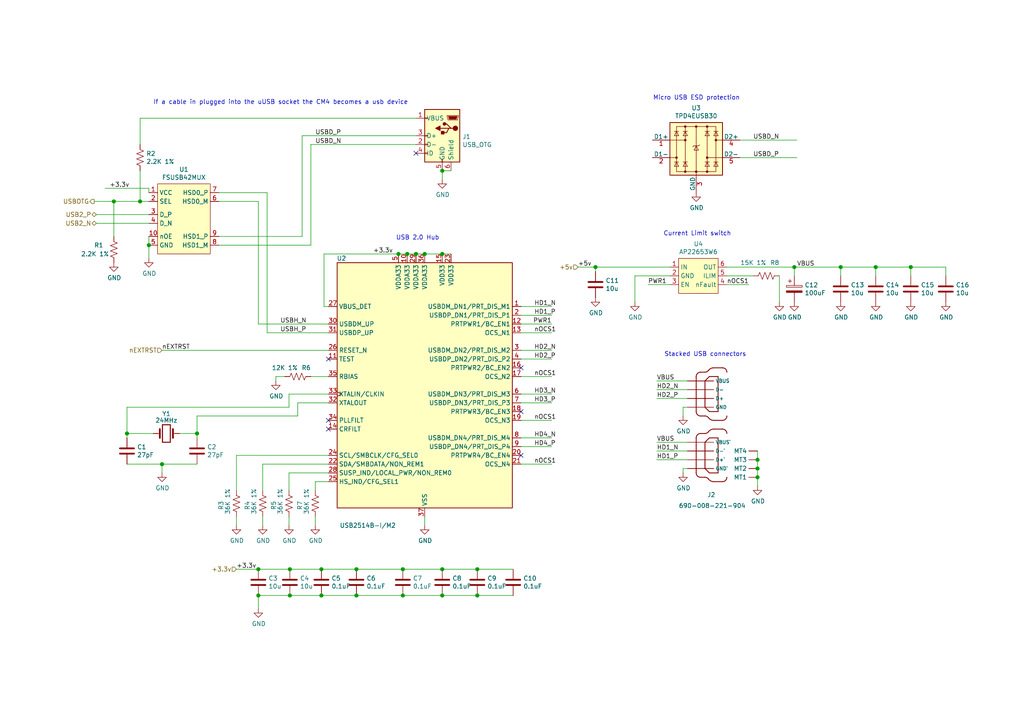
<source format=kicad_sch>
(kicad_sch (version 20230121) (generator eeschema)
  (paper "A4")
  (title_block (title "Bitcart") (date "2023-09-15") (rev "1"))
  (lib_symbols
    (symbol "CM4IO:AP2553W6"
      (property "Reference" "U" (at 3.81 -6.35 0))
      (property "Value" "AP2553W6" (at -3.81 -6.35 0))
      (symbol "AP2553W6_0_0"
        (pin power_in line (at -8.89 2.54 0) (length 2.54) (name "IN") (number "1"))
        (pin power_out line (at -8.89 0 0) (length 2.54) (name "GND") (number "2"))
        (pin input line (at -8.89 -2.54 0) (length 2.54) (name "EN") (number "3"))
        (pin open_collector line (at 7.62 -2.54 180) (length 2.54) (name "nFault") (number "4"))
        (pin passive line (at 7.62 0 180) (length 2.54) (name "ILIM") (number "5"))
        (pin power_out line (at 7.62 2.54 180) (length 2.54) (name "OUT") (number "6"))
      )
      (symbol "AP2553W6_1_1"
        (rectangle (start -6.35 5.08) (end 5.08 -5.08) (fill (type background)))
      )
    )
    (symbol "CM4IO:FSUSB42MX"
      (property "Reference" "U" (at -7.62 20.32 0))
      (property "Value" "FSUSB42MX" (at -2.54 -2.54 0))
      (symbol "FSUSB42MX_0_0"
        (pin power_in line (at 8.89 16.51 180) (length 2.54) (name "VCC") (number "1"))
        (pin input line (at 8.89 3.81 180) (length 2.54) (name "nOE") (number "10"))
        (pin input line (at 8.89 13.97 180) (length 2.54) (name "SEL") (number "2"))
        (pin bidirectional line (at 8.89 10.16 180) (length 2.54) (name "D_P") (number "3"))
        (pin bidirectional line (at 8.89 7.62 180) (length 2.54) (name "D_N") (number "4"))
        (pin power_in line (at 8.89 1.27 180) (length 2.54) (name "GND") (number "5"))
        (pin bidirectional line (at -11.43 13.97 0) (length 2.54) (name "HSD0_M") (number "6"))
        (pin bidirectional line (at -11.43 16.51 0) (length 2.54) (name "HSD0_P") (number "7"))
        (pin bidirectional line (at -11.43 1.27 0) (length 2.54) (name "HSD1_M") (number "8"))
        (pin bidirectional line (at -11.43 3.81 0) (length 2.54) (name "HSD1_P") (number "9"))
      )
      (symbol "FSUSB42MX_1_1"
        (rectangle (start -8.89 19.05) (end 6.35 -1.27) (fill (type background)))
      )
    )
    (symbol "CM4IO:TPD4EUSB30" (pin_names (offset 0))
      (property "Reference" "U" (at -0.635 8.89 0))
      (property "Value" "TPD4EUSB30" (at 8.89 -10.16 0))
      (symbol "TPD4EUSB30_0_0"
        (rectangle (start -5.715 6.477) (end 5.715 -6.604))
        (polyline (pts (xy -3.175 -6.604) (xy -3.175 6.477)))
        (polyline (pts (xy 0 6.477) (xy 0 -6.604)))
        (polyline (pts (xy 3.175 6.477) (xy 3.175 -6.604)))
      )
      (symbol "TPD4EUSB30_0_1"
        (rectangle (start -7.62 7.62) (end 7.62 -7.62) (stroke (width 0.254)) (fill (type background)))
        (circle (center -5.715 -2.54) (radius 0.2794) (fill (type outline)))
        (circle (center -3.175 -6.604) (radius 0.2794) (fill (type outline)))
        (circle (center -3.175 2.54) (radius 0.2794) (fill (type outline)))
        (circle (center -3.175 6.477) (radius 0.2794) (fill (type outline)))
        (circle (center 0 -6.604) (radius 0.2794) (fill (type outline)))
        (polyline (pts (xy -7.747 2.54) (xy -3.175 2.54)))
        (polyline (pts (xy -7.62 -2.54) (xy -5.715 -2.54)))
        (polyline (pts (xy -5.08 -3.81) (xy -6.35 -3.81)))
        (polyline (pts (xy -5.08 5.08) (xy -6.35 5.08)))
        (polyline (pts (xy -2.54 -3.81) (xy -3.81 -3.81)))
        (polyline (pts (xy -2.54 5.08) (xy -3.81 5.08)))
        (polyline (pts (xy -0.635 0.889) (xy -1.016 0.635)))
        (polyline (pts (xy 0 -6.604) (xy 0 -7.62)))
        (polyline (pts (xy 0.635 0.889) (xy -0.635 0.889)))
        (polyline (pts (xy 0.635 0.889) (xy 1.016 1.143)))
        (polyline (pts (xy 3.81 -3.81) (xy 2.54 -3.81)))
        (polyline (pts (xy 3.81 5.08) (xy 2.54 5.08)))
        (polyline (pts (xy 6.35 -3.81) (xy 5.08 -3.81)))
        (polyline (pts (xy 6.35 5.08) (xy 5.08 5.08)))
        (polyline (pts (xy 7.62 -2.54) (xy 3.175 -2.54)))
        (polyline (pts (xy 7.62 2.54) (xy 5.715 2.54)))
        (polyline (pts (xy -5.08 -5.08) (xy -6.35 -5.08) (xy -5.715 -3.81) (xy -5.08 -5.08)))
        (polyline (pts (xy -5.08 3.81) (xy -6.35 3.81) (xy -5.715 5.08) (xy -5.08 3.81)))
        (polyline (pts (xy -2.54 -5.08) (xy -3.81 -5.08) (xy -3.175 -3.81) (xy -2.54 -5.08)))
        (polyline (pts (xy -2.54 3.81) (xy -3.81 3.81) (xy -3.175 5.08) (xy -2.54 3.81)))
        (polyline (pts (xy 0.635 -0.381) (xy -0.635 -0.381) (xy 0 0.889) (xy 0.635 -0.381)))
        (polyline (pts (xy 3.81 -5.08) (xy 2.54 -5.08) (xy 3.175 -3.81) (xy 3.81 -5.08)))
        (polyline (pts (xy 3.81 3.81) (xy 2.54 3.81) (xy 3.175 5.08) (xy 3.81 3.81)))
        (polyline (pts (xy 6.35 -5.08) (xy 5.08 -5.08) (xy 5.715 -3.81) (xy 6.35 -5.08)))
        (polyline (pts (xy 6.35 3.81) (xy 5.08 3.81) (xy 5.715 5.08) (xy 6.35 3.81)))
        (circle (center 0 6.477) (radius 0.2794) (fill (type outline)))
        (circle (center 3.175 -6.604) (radius 0.2794) (fill (type outline)))
        (circle (center 3.175 -2.54) (radius 0.2794) (fill (type outline)))
        (circle (center 3.175 6.477) (radius 0.2794) (fill (type outline)))
        (circle (center 5.715 2.54) (radius 0.2794) (fill (type outline)))
      )
      (symbol "TPD4EUSB30_1_1"
        (pin passive line (at -12.7 2.54 0) (length 5.08) (name "D1+") (number "1"))
        (pin passive line (at -12.7 2.54 0) (length 5.08) hide (name "~") (number "10"))
        (pin passive line (at -12.7 -2.54 0) (length 5.08) (name "D1-") (number "2"))
        (pin power_in line (at 0 -12.7 90) (length 5.08) (name "GND") (number "3"))
        (pin passive line (at 12.7 2.54 180) (length 5.08) (name "D2+") (number "4"))
        (pin passive line (at 12.7 -2.54 180) (length 5.08) (name "D2-") (number "5"))
        (pin passive line (at 12.7 -2.54 180) (length 5.08) hide (name "~") (number "6"))
        (pin passive line (at 12.7 2.54 180) (length 5.08) hide (name "~") (number "7"))
        (pin passive line (at 0 -12.7 90) (length 5.08) hide (name "GND") (number "8"))
        (pin passive line (at -12.7 -2.54 0) (length 5.08) hide (name "~") (number "9"))
      )
    )
    (symbol "CM4IO:USB_67298-4090" (pin_numbers hide)
      (property "Reference" "J" (at -5.08 21.6408 0))
      (property "Value" "USB_67298-4090" (at -5.08 -17.8054 0))
      (symbol "USB_67298-4090_0_0"
        (arc (start -5.08 -11.43) (mid -4.708 -12.328) (end -3.81 -12.7) (stroke (width 0.254)))
        (arc (start -5.08 6.35) (mid -4.708 5.452) (end -3.81 5.08) (stroke (width 0.254)))
        (arc (start -3.81 0) (mid -4.708 -0.372) (end -5.08 -1.27) (stroke (width 0.254)))
        (arc (start -3.81 17.78) (mid -4.708 17.408) (end -5.08 16.51) (stroke (width 0.254)))
        (arc (start -2.54 0) (mid -1.972 0.1341) (end -1.524 0.508) (stroke (width 0.254)))
        (arc (start -2.54 17.78) (mid -1.972 17.9141) (end -1.524 18.288) (stroke (width 0.254)))
        (arc (start -1.524 -13.208) (mid -1.972 -12.8341) (end -2.54 -12.7) (stroke (width 0.254)))
        (arc (start -1.524 -13.208) (mid -0.8519 -13.7689) (end 0 -13.97) (stroke (width 0.254)))
        (arc (start -1.524 4.572) (mid -1.972 4.9459) (end -2.54 5.08) (stroke (width 0.254)))
        (arc (start -1.524 4.572) (mid -0.8519 4.0111) (end 0 3.81) (stroke (width 0.254)))
        (polyline (pts (xy -5.08 -1.27) (xy -5.08 -11.43)) (stroke (width 0.254)))
        (polyline (pts (xy -5.08 16.51) (xy -5.08 6.35)) (stroke (width 0.254)))
        (polyline (pts (xy -3.81 -12.7) (xy -2.54 -12.7)) (stroke (width 0.254)))
        (polyline (pts (xy -3.81 0) (xy -2.54 0)) (stroke (width 0.254)))
        (polyline (pts (xy -3.81 5.08) (xy -2.54 5.08)) (stroke (width 0.254)))
        (polyline (pts (xy -3.81 17.78) (xy -2.54 17.78)) (stroke (width 0.254)))
        (polyline (pts (xy -2.54 -10.16) (xy -1.27 -11.43)) (stroke (width 0.254)))
        (polyline (pts (xy -2.54 -2.54) (xy -2.54 -10.16)) (stroke (width 0.254)))
        (polyline (pts (xy -2.54 7.62) (xy -1.27 6.35)) (stroke (width 0.254)))
        (polyline (pts (xy -2.54 15.24) (xy -2.54 7.62)) (stroke (width 0.254)))
        (polyline (pts (xy -1.27 -11.43) (xy 1.27 -11.43)) (stroke (width 0.254)))
        (polyline (pts (xy -1.27 -1.27) (xy -2.54 -2.54)) (stroke (width 0.254)))
        (polyline (pts (xy -1.27 6.35) (xy 1.27 6.35)) (stroke (width 0.254)))
        (polyline (pts (xy -1.27 16.51) (xy -2.54 15.24)) (stroke (width 0.254)))
        (polyline (pts (xy 0 -13.97) (xy 2.54 -13.97)) (stroke (width 0.254)))
        (polyline (pts (xy 0 1.27) (xy 2.54 1.27)) (stroke (width 0.254)))
        (polyline (pts (xy 0 3.81) (xy 2.54 3.81)) (stroke (width 0.254)))
        (polyline (pts (xy 0 19.05) (xy 2.54 19.05)) (stroke (width 0.254)))
        (polyline (pts (xy 1.27 -11.43) (xy 1.27 -1.27)) (stroke (width 0.254)))
        (polyline (pts (xy 1.27 -1.27) (xy -1.27 -1.27)) (stroke (width 0.254)))
        (polyline (pts (xy 1.27 6.35) (xy 1.27 16.51)) (stroke (width 0.254)))
        (polyline (pts (xy 1.27 16.51) (xy -1.27 16.51)) (stroke (width 0.254)))
        (arc (start 0 1.27) (mid -0.8519 1.0689) (end -1.524 0.508) (stroke (width 0.254)))
        (arc (start 0 19.05) (mid -0.8519 18.8489) (end -1.524 18.288) (stroke (width 0.254)))
        (arc (start 2.54 -13.97) (mid 3.438 -13.598) (end 3.81 -12.7) (stroke (width 0.254)))
        (arc (start 2.54 3.81) (mid 3.438 4.182) (end 3.81 5.08) (stroke (width 0.254)))
        (arc (start 3.81 0) (mid 3.438 0.898) (end 2.54 1.27) (stroke (width 0.254)))
        (arc (start 3.81 17.78) (mid 3.438 18.678) (end 2.54 19.05) (stroke (width 0.254)))
        (pin power_in line (at -7.62 -2.54 0) (length 7.62) (name "VBUS`") (number "1"))
        (pin passive line (at -7.62 -5.08 0) (length 7.62) (name "D-`") (number "2"))
        (pin passive line (at -7.62 -7.62 0) (length 7.62) (name "D+`") (number "3"))
        (pin power_in line (at -7.62 -10.16 0) (length 7.62) (name "GND`") (number "4"))
        (pin power_in line (at -7.62 15.24 0) (length 7.62) (name "VBUS") (number "5"))
        (pin passive line (at -7.62 12.7 0) (length 7.62) (name "D-") (number "6"))
        (pin passive line (at -7.62 10.16 0) (length 7.62) (name "D+") (number "7"))
        (pin power_in line (at -7.62 7.62 0) (length 7.62) (name "GND") (number "8"))
        (pin passive line (at 12.7 -12.7 180) (length 2.54) (name "MT1") (number "MT1"))
        (pin passive line (at 12.7 -10.16 180) (length 2.54) (name "MT2") (number "MT2"))
        (pin passive line (at 12.7 -7.62 180) (length 2.54) (name "MT3") (number "MT3"))
        (pin passive line (at 12.7 -5.08 180) (length 2.54) (name "MT4") (number "MT4"))
      )
    )
    (symbol "Connector:USB_OTG"
      (property "Reference" "J" (at -5.08 11.43 0))
      (property "Value" "USB_OTG" (at -5.08 8.89 0))
      (symbol "USB_OTG_0_1"
        (rectangle (start -5.08 -7.62) (end 5.08 7.62) (stroke (width 0.254)) (fill (type background)))
        (circle (center -3.81 2.159) (radius 0.635) (stroke (width 0.254)) (fill (type outline)))
        (circle (center -0.635 3.429) (radius 0.381) (stroke (width 0.254)) (fill (type outline)))
        (rectangle (start -0.127 -7.62) (end 0.127 -6.858))
        (polyline (pts (xy -1.905 2.159) (xy 0.635 2.159)) (stroke (width 0.254)))
        (polyline (pts (xy -3.175 2.159) (xy -2.54 2.159) (xy -1.27 3.429) (xy -0.635 3.429)) (stroke (width 0.254)))
        (polyline (pts (xy -2.54 2.159) (xy -1.905 2.159) (xy -1.27 0.889) (xy 0 0.889)) (stroke (width 0.254)))
        (polyline (pts (xy 0.635 2.794) (xy 0.635 1.524) (xy 1.905 2.159) (xy 0.635 2.794)) (stroke (width 0.254)) (fill (type outline)))
        (polyline (pts (xy -4.318 5.588) (xy -1.778 5.588) (xy -2.032 4.826) (xy -4.064 4.826) (xy -4.318 5.588)) (fill (type outline)))
        (polyline (pts (xy -4.699 5.842) (xy -4.699 5.588) (xy -4.445 4.826) (xy -4.445 4.572) (xy -1.651 4.572) (xy -1.651 4.826) (xy -1.397 5.588) (xy -1.397 5.842) (xy -4.699 5.842)))
        (rectangle (start 0.254 1.27) (end -0.508 0.508) (stroke (width 0.254)) (fill (type outline)))
        (rectangle (start 5.08 -5.207) (end 4.318 -4.953))
        (rectangle (start 5.08 -2.667) (end 4.318 -2.413))
        (rectangle (start 5.08 -0.127) (end 4.318 0.127))
        (rectangle (start 5.08 4.953) (end 4.318 5.207))
      )
      (symbol "USB_OTG_1_1"
        (pin power_in line (at 7.62 5.08 180) (length 2.54) (name "VBUS") (number "1"))
        (pin passive line (at 7.62 -2.54 180) (length 2.54) (name "D-") (number "2"))
        (pin passive line (at 7.62 0 180) (length 2.54) (name "D+") (number "3"))
        (pin passive line (at 7.62 -5.08 180) (length 2.54) (name "ID") (number "4"))
        (pin power_in line (at 0 -10.16 90) (length 2.54) (name "GND") (number "5"))
        (pin passive line (at -2.54 -10.16 90) (length 2.54) (name "Shield") (number "6"))
      )
    )
    (symbol "Device:C" (pin_numbers hide) (pin_names (offset 0.254))
      (property "Reference" "C" (at 0.635 2.54 0))
      (property "Value" "C" (at 0.635 -2.54 0))
      (symbol "C_0_1"
        (polyline (pts (xy -2.032 -0.762) (xy 2.032 -0.762)) (stroke (width 0.508)))
        (polyline (pts (xy -2.032 0.762) (xy 2.032 0.762)) (stroke (width 0.508)))
      )
      (symbol "C_1_1"
        (pin passive line (at 0 3.81 270) (length 2.794) (name "~") (number "1"))
        (pin passive line (at 0 -3.81 90) (length 2.794) (name "~") (number "2"))
      )
    )
    (symbol "Device:CP" (pin_numbers hide) (pin_names (offset 0.254))
      (property "Reference" "C" (at 0.635 2.54 0))
      (property "Value" "CP" (at 0.635 -2.54 0))
      (symbol "CP_0_1"
        (rectangle (start -2.286 0.508) (end 2.286 1.016))
        (polyline (pts (xy -1.778 2.286) (xy -0.762 2.286)))
        (polyline (pts (xy -1.27 2.794) (xy -1.27 1.778)))
        (rectangle (start 2.286 -0.508) (end -2.286 -1.016) (fill (type outline)))
      )
      (symbol "CP_1_1"
        (pin passive line (at 0 3.81 270) (length 2.794) (name "~") (number "1"))
        (pin passive line (at 0 -3.81 90) (length 2.794) (name "~") (number "2"))
      )
    )
    (symbol "Device:R_US" (pin_numbers hide) (pin_names (offset 0))
      (property "Reference" "R" (at 2.54 0 90))
      (property "Value" "R_US" (at -2.54 0 90))
      (symbol "R_US_0_1"
        (polyline (pts (xy 0 -2.286) (xy 0 -2.54)))
        (polyline (pts (xy 0 2.286) (xy 0 2.54)))
        (polyline (pts (xy 0 -0.762) (xy 1.016 -1.143) (xy 0 -1.524) (xy -1.016 -1.905) (xy 0 -2.286)))
        (polyline (pts (xy 0 0.762) (xy 1.016 0.381) (xy 0 0) (xy -1.016 -0.381) (xy 0 -0.762)))
        (polyline (pts (xy 0 2.286) (xy 1.016 1.905) (xy 0 1.524) (xy -1.016 1.143) (xy 0 0.762)))
      )
      (symbol "R_US_1_1"
        (pin passive line (at 0 3.81 270) (length 1.27) (name "~") (number "1"))
        (pin passive line (at 0 -3.81 90) (length 1.27) (name "~") (number "2"))
      )
    )
    (symbol "Interface_USB:USB2514B_Bi"
      (property "Reference" "U" (at -17.78 40.64 0))
      (property "Value" "USB2514B_Bi" (at -20.32 38.1 0))
      (symbol "USB2514B_Bi_0_1"
        (rectangle (start -25.4 35.56) (end 25.4 -35.56) (stroke (width 0.254)) (fill (type background)))
      )
      (symbol "USB2514B_Bi_1_1"
        (pin bidirectional line (at 27.94 22.86 180) (length 2.54) (name "USBDM_DN1/PRT_DIS_M1") (number "1"))
        (pin power_in line (at -5.08 38.1 270) (length 2.54) (name "VDDA33") (number "10"))
        (pin input line (at -27.94 7.62 0) (length 2.54) (name "TEST") (number "11"))
        (pin bidirectional line (at 27.94 17.78 180) (length 2.54) (name "PRTPWR1/BC_EN1") (number "12"))
        (pin input line (at 27.94 15.24 180) (length 2.54) (name "OCS_N1") (number "13"))
        (pin input line (at -27.94 -12.7 0) (length 2.54) (name "CRFILT") (number "14"))
        (pin power_in line (at 5.08 38.1 270) (length 2.54) (name "VDD33") (number "15"))
        (pin bidirectional line (at 27.94 5.08 180) (length 2.54) (name "PRTPWR2/BC_EN2") (number "16"))
        (pin input line (at 27.94 2.54 180) (length 2.54) (name "OCS_N2") (number "17"))
        (pin bidirectional line (at 27.94 -7.62 180) (length 2.54) (name "PRTPWR3/BC_EN3") (number "18"))
        (pin input line (at 27.94 -10.16 180) (length 2.54) (name "OCS_N3") (number "19"))
        (pin bidirectional line (at 27.94 20.32 180) (length 2.54) (name "USBDP_DN1/PRT_DIS_P1") (number "2"))
        (pin bidirectional line (at 27.94 -20.32 180) (length 2.54) (name "PRTPWR4/BC_EN4") (number "20"))
        (pin input line (at 27.94 -22.86 180) (length 2.54) (name "OCS_N4") (number "21"))
        (pin bidirectional line (at -27.94 -22.86 0) (length 2.54) (name "SDA/SMBDATA/NON_REM1") (number "22"))
        (pin power_in line (at 7.62 38.1 270) (length 2.54) (name "VDD33") (number "23"))
        (pin bidirectional line (at -27.94 -20.32 0) (length 2.54) (name "SCL/SMBCLK/CFG_SEL0") (number "24"))
        (pin bidirectional line (at -27.94 -27.94 0) (length 2.54) (name "HS_IND/CFG_SEL1") (number "25"))
        (pin input line (at -27.94 10.16 0) (length 2.54) (name "RESET_N") (number "26"))
        (pin input line (at -27.94 22.86 0) (length 2.54) (name "VBUS_DET") (number "27"))
        (pin bidirectional line (at -27.94 -25.4 0) (length 2.54) (name "SUSP_IND/LOCAL_PWR/NON_REM0") (number "28"))
        (pin power_in line (at -2.54 38.1 270) (length 2.54) (name "VDDA33") (number "29"))
        (pin bidirectional line (at 27.94 10.16 180) (length 2.54) (name "USBDM_DN2/PRT_DIS_M2") (number "3"))
        (pin bidirectional line (at -27.94 17.78 0) (length 2.54) (name "USBDM_UP") (number "30"))
        (pin bidirectional line (at -27.94 15.24 0) (length 2.54) (name "USBDP_UP") (number "31"))
        (pin output line (at -27.94 -5.08 0) (length 2.54) (name "XTALOUT") (number "32"))
        (pin input clock (at -27.94 -2.54 0) (length 2.54) (name "XTALIN/CLKIN") (number "33"))
        (pin input line (at -27.94 -10.16 0) (length 2.54) (name "PLLFILT") (number "34"))
        (pin input line (at -27.94 2.54 0) (length 2.54) (name "RBIAS") (number "35"))
        (pin power_in line (at 0 38.1 270) (length 2.54) (name "VDDA33") (number "36"))
        (pin power_in line (at 0 -38.1 90) (length 2.54) (name "VSS") (number "37"))
        (pin bidirectional line (at 27.94 7.62 180) (length 2.54) (name "USBDP_DN2/PRT_DIS_P2") (number "4"))
        (pin power_in line (at -7.62 38.1 270) (length 2.54) (name "VDDA33") (number "5"))
        (pin bidirectional line (at 27.94 -2.54 180) (length 2.54) (name "USBDM_DN3/PRT_DIS_M3") (number "6"))
        (pin bidirectional line (at 27.94 -5.08 180) (length 2.54) (name "USBDP_DN3/PRT_DIS_P3") (number "7"))
        (pin bidirectional line (at 27.94 -15.24 180) (length 2.54) (name "USBDM_DN4/PRT_DIS_M4") (number "8"))
        (pin bidirectional line (at 27.94 -17.78 180) (length 2.54) (name "USBDP_DN4/PRT_DIS_P4") (number "9"))
      )
    )
    (symbol "bitcart:Crystal_13-4pin" (pin_numbers hide) (pin_names (offset 1.016) hide)
      (property "Reference" "Y1" (at 0 5.715 0))
      (property "Value" "24MHz" (at 0 3.81 0))
      (symbol "Crystal_13-4pin_0_1"
        (rectangle (start -1.143 2.54) (end 1.143 -2.54) (stroke (width 0.3048)))
        (polyline (pts (xy -2.54 0) (xy -1.905 0)))
        (polyline (pts (xy -1.905 -1.27) (xy -1.905 1.27)) (stroke (width 0.508)))
        (polyline (pts (xy 1.905 -1.27) (xy 1.905 1.27)) (stroke (width 0.508)))
        (polyline (pts (xy 2.54 0) (xy 1.905 0)))
      )
      (symbol "Crystal_13-4pin_1_1"
        (pin passive line (at -3.81 0 0) (length 1.27) (name "1") (number "1"))
        (pin no_connect line (at 5.08 7.62 0) (length 2.54) hide (name "") (number "2"))
        (pin passive line (at 3.81 0 180) (length 1.27) (name "3") (number "3"))
        (pin no_connect line (at 5.08 7.62 0) (length 2.54) hide (name "") (number "4"))
      )
    )
    (symbol "power:GND" (power) (pin_names (offset 0))
      (property "Value" "GND" (at 0 -3.81 0))
      (symbol "GND_0_1"
        (polyline (pts (xy 0 0) (xy 0 -1.27) (xy 1.27 -1.27) (xy 0 -2.54) (xy -1.27 -1.27) (xy 0 -1.27)))
      )
      (symbol "GND_1_1"
        (pin power_in line (at 0 0 270) (length 0) hide (name "GND") (number "1"))
      )
    )
  )
  (junction (at 103.378 165.1) (diameter 1.016))
  (junction (at 103.378 172.72) (diameter 1.016))
  (junction (at 138.43 165.1) (diameter 1.016))
  (junction (at 93.218 165.1) (diameter 1.016))
  (junction (at 128.27 49.53) (diameter 1.016))
  (junction (at 74.93 172.72) (diameter 1.016))
  (junction (at 172.72 77.47) (diameter 1.016))
  (junction (at 219.71 138.43) (diameter 1.016))
  (junction (at 116.84 165.1) (diameter 1.016))
  (junction (at 84.074 165.1) (diameter 1.016))
  (junction (at 128.27 172.72) (diameter 1.016))
  (junction (at 254 77.47) (diameter 1.016))
  (junction (at 36.83 125.73) (diameter 1.016))
  (junction (at 120.65 73.66) (diameter 1.016))
  (junction (at 128.27 73.66) (diameter 1.016))
  (junction (at 219.71 133.35) (diameter 1.016))
  (junction (at 40.64 58.42) (diameter 1.016))
  (junction (at 219.71 135.89) (diameter 1.016))
  (junction (at 123.19 73.66) (diameter 1.016))
  (junction (at 128.27 165.1) (diameter 1.016))
  (junction (at 230.378 77.47) (diameter 1.016))
  (junction (at 74.93 165.1) (diameter 1.016))
  (junction (at 93.218 172.72) (diameter 1.016))
  (junction (at 57.15 125.73) (diameter 1.016))
  (junction (at 84.074 172.72) (diameter 1.016))
  (junction (at 264.16 77.47) (diameter 1.016))
  (junction (at 43.18 71.12) (diameter 1.016))
  (junction (at 33.02 58.42) (diameter 1.016))
  (junction (at 115.57 73.66) (diameter 1.016))
  (junction (at 243.84 77.47) (diameter 1.016))
  (junction (at 116.84 172.72) (diameter 1.016))
  (junction (at 118.11 73.66) (diameter 1.016))
  (junction (at 138.43 172.72) (diameter 1.016))
  (junction (at 46.99 134.62) (diameter 1.016))
  (no_connect (at 95.25 121.92))
  (no_connect (at 95.25 104.14))
  (no_connect (at 120.65 44.45))
  (no_connect (at 95.25 124.46))
  (no_connect (at 151.13 119.38))
  (no_connect (at 151.13 106.68))
  (no_connect (at 151.13 132.08))
  (wire (pts (xy 151.13 96.52) (xy 160.02 96.52)))
  (wire (pts (xy 86.36 116.84) (xy 86.36 120.65)))
  (wire (pts (xy 151.13 88.9) (xy 160.02 88.9)))
  (wire (pts (xy 74.93 165.1) (xy 84.074 165.1)))
  (wire (pts (xy 190.5 113.03) (xy 199.39 113.03)))
  (wire (pts (xy 151.13 116.84) (xy 160.02 116.84)))
  (wire (pts (xy 36.83 127) (xy 36.83 125.73)))
  (wire (pts (xy 190.5 115.57) (xy 199.39 115.57)))
  (wire (pts (xy 172.72 77.47) (xy 194.31 77.47)))
  (wire (pts (xy 93.218 165.1) (xy 103.378 165.1)))
  (wire (pts (xy 151.13 91.44) (xy 160.02 91.44)))
  (wire (pts (xy 57.15 120.65) (xy 57.15 125.73)))
  (wire (pts (xy 95.25 93.98) (xy 74.93 93.98)))
  (wire (pts (xy 83.82 142.24) (xy 83.82 137.16)))
  (wire (pts (xy 151.13 114.3) (xy 160.02 114.3)))
  (wire (pts (xy 138.43 165.1) (xy 148.844 165.1)))
  (wire (pts (xy 68.58 149.86) (xy 68.58 152.4)))
  (wire (pts (xy 194.31 80.01) (xy 184.15 80.01)))
  (wire (pts (xy 83.82 118.11) (xy 36.83 118.11)))
  (wire (pts (xy 93.98 88.9) (xy 93.98 73.66)))
  (wire (pts (xy 43.18 58.42) (xy 40.64 58.42)))
  (wire (pts (xy 77.47 55.88) (xy 77.47 96.52)))
  (wire (pts (xy 184.15 80.01) (xy 184.15 87.63)))
  (wire (pts (xy 74.93 58.42) (xy 74.93 93.98)))
  (wire (pts (xy 118.11 73.66) (xy 120.65 73.66)))
  (wire (pts (xy 151.13 134.62) (xy 160.02 134.62)))
  (wire (pts (xy 43.18 55.88) (xy 43.18 54.61)))
  (wire (pts (xy 83.82 114.3) (xy 83.82 118.11)))
  (wire (pts (xy 36.83 118.11) (xy 36.83 125.73)))
  (wire (pts (xy 82.55 109.22) (xy 80.01 109.22)))
  (wire (pts (xy 128.27 172.72) (xy 138.43 172.72)))
  (wire (pts (xy 63.5 71.12) (xy 90.17 71.12)))
  (wire (pts (xy 91.44 149.86) (xy 91.44 152.4)))
  (wire (pts (xy 254 77.47) (xy 264.16 77.47)))
  (wire (pts (xy 264.16 77.47) (xy 264.16 80.01)))
  (wire (pts (xy 219.71 138.43) (xy 219.71 140.97)))
  (wire (pts (xy 128.27 49.53) (xy 130.81 49.53)))
  (wire (pts (xy 76.2 134.62) (xy 95.25 134.62)))
  (wire (pts (xy 90.17 71.12) (xy 90.17 41.91)))
  (wire (pts (xy 219.71 130.81) (xy 219.71 133.35)))
  (wire (pts (xy 76.2 149.86) (xy 76.2 152.4)))
  (wire (pts (xy 57.15 125.73) (xy 57.15 127)))
  (wire (pts (xy 151.13 101.6) (xy 160.02 101.6)))
  (wire (pts (xy 90.17 109.22) (xy 95.25 109.22)))
  (wire (pts (xy 190.5 130.81) (xy 199.39 130.81)))
  (wire (pts (xy 210.82 77.47) (xy 230.378 77.47)))
  (wire (pts (xy 230.378 77.47) (xy 243.84 77.47)))
  (wire (pts (xy 128.27 52.07) (xy 128.27 49.53)))
  (wire (pts (xy 167.64 77.47) (xy 172.72 77.47)))
  (wire (pts (xy 151.13 121.92) (xy 160.02 121.92)))
  (wire (pts (xy 123.19 73.66) (xy 128.27 73.66)))
  (wire (pts (xy 214.63 40.64) (xy 231.14 40.64)))
  (wire (pts (xy 243.84 77.47) (xy 254 77.47)))
  (wire (pts (xy 63.5 68.58) (xy 87.63 68.58)))
  (wire (pts (xy 27.94 64.77) (xy 43.18 64.77)))
  (wire (pts (xy 84.074 172.72) (xy 93.218 172.72)))
  (wire (pts (xy 68.58 132.08) (xy 95.25 132.08)))
  (wire (pts (xy 151.13 104.14) (xy 160.02 104.14)))
  (wire (pts (xy 95.25 116.84) (xy 86.36 116.84)))
  (wire (pts (xy 87.63 68.58) (xy 87.63 39.37)))
  (wire (pts (xy 214.63 45.72) (xy 231.14 45.72)))
  (wire (pts (xy 190.5 128.27) (xy 199.39 128.27)))
  (wire (pts (xy 86.36 120.65) (xy 57.15 120.65)))
  (wire (pts (xy 93.98 73.66) (xy 115.57 73.66)))
  (wire (pts (xy 83.82 149.86) (xy 83.82 152.4)))
  (wire (pts (xy 219.71 133.35) (xy 219.71 135.89)))
  (wire (pts (xy 46.99 134.62) (xy 57.15 134.62)))
  (wire (pts (xy 151.13 109.22) (xy 160.02 109.22)))
  (wire (pts (xy 91.44 142.24) (xy 91.44 139.7)))
  (wire (pts (xy 219.71 135.89) (xy 219.71 138.43)))
  (wire (pts (xy 254 77.47) (xy 254 80.01)))
  (wire (pts (xy 120.65 73.66) (xy 123.19 73.66)))
  (wire (pts (xy 27.305 58.42) (xy 33.02 58.42)))
  (wire (pts (xy 226.06 80.01) (xy 226.06 87.63)))
  (wire (pts (xy 138.43 172.72) (xy 148.844 172.72)))
  (wire (pts (xy 103.378 172.72) (xy 116.84 172.72)))
  (wire (pts (xy 83.82 114.3) (xy 95.25 114.3)))
  (wire (pts (xy 63.5 55.88) (xy 77.47 55.88)))
  (wire (pts (xy 123.19 149.86) (xy 123.19 152.4)))
  (wire (pts (xy 230.378 77.47) (xy 230.378 80.01)))
  (wire (pts (xy 199.39 118.11) (xy 198.12 118.11)))
  (wire (pts (xy 93.218 172.72) (xy 103.378 172.72)))
  (wire (pts (xy 190.5 110.49) (xy 199.39 110.49)))
  (wire (pts (xy 36.83 125.73) (xy 44.45 125.73)))
  (wire (pts (xy 103.378 165.1) (xy 116.84 165.1)))
  (wire (pts (xy 151.13 93.98) (xy 160.02 93.98)))
  (wire (pts (xy 115.57 73.66) (xy 118.11 73.66)))
  (wire (pts (xy 30.48 54.61) (xy 43.18 54.61)))
  (wire (pts (xy 210.82 82.55) (xy 217.17 82.55)))
  (wire (pts (xy 274.32 80.01) (xy 274.32 77.47)))
  (wire (pts (xy 210.82 80.01) (xy 218.44 80.01)))
  (wire (pts (xy 187.96 82.55) (xy 194.31 82.55)))
  (wire (pts (xy 95.25 88.9) (xy 93.98 88.9)))
  (wire (pts (xy 91.44 139.7) (xy 95.25 139.7)))
  (wire (pts (xy 74.93 176.53) (xy 74.93 172.72)))
  (wire (pts (xy 36.83 134.62) (xy 46.99 134.62)))
  (wire (pts (xy 128.27 73.66) (xy 130.81 73.66)))
  (wire (pts (xy 77.47 96.52) (xy 95.25 96.52)))
  (wire (pts (xy 63.5 58.42) (xy 74.93 58.42)))
  (wire (pts (xy 190.5 133.35) (xy 199.39 133.35)))
  (wire (pts (xy 74.93 172.72) (xy 84.074 172.72)))
  (wire (pts (xy 68.58 165.1) (xy 74.93 165.1)))
  (wire (pts (xy 43.18 71.12) (xy 43.18 74.93)))
  (wire (pts (xy 33.02 58.42) (xy 33.02 68.58)))
  (wire (pts (xy 199.39 135.89) (xy 198.12 135.89)))
  (wire (pts (xy 116.84 172.72) (xy 128.27 172.72)))
  (wire (pts (xy 151.13 129.54) (xy 160.02 129.54)))
  (wire (pts (xy 116.84 165.1) (xy 128.27 165.1)))
  (wire (pts (xy 40.64 49.53) (xy 40.64 58.42)))
  (wire (pts (xy 46.99 101.6) (xy 95.25 101.6)))
  (wire (pts (xy 128.27 165.1) (xy 138.43 165.1)))
  (wire (pts (xy 198.12 135.89) (xy 198.12 137.16)))
  (wire (pts (xy 151.13 127) (xy 160.02 127)))
  (wire (pts (xy 27.94 62.23) (xy 43.18 62.23)))
  (wire (pts (xy 264.16 77.47) (xy 274.32 77.47)))
  (wire (pts (xy 76.2 142.24) (xy 76.2 134.62)))
  (wire (pts (xy 52.07 125.73) (xy 57.15 125.73)))
  (wire (pts (xy 40.64 34.29) (xy 120.65 34.29)))
  (wire (pts (xy 40.64 58.42) (xy 33.02 58.42)))
  (wire (pts (xy 68.58 142.24) (xy 68.58 132.08)))
  (wire (pts (xy 90.17 41.91) (xy 120.65 41.91)))
  (wire (pts (xy 84.074 165.1) (xy 93.218 165.1)))
  (wire (pts (xy 198.12 118.11) (xy 198.12 120.65)))
  (wire (pts (xy 87.63 39.37) (xy 120.65 39.37)))
  (wire (pts (xy 172.72 78.74) (xy 172.72 77.47)))
  (wire (pts (xy 80.01 109.22) (xy 80.01 110.49)))
  (wire (pts (xy 40.64 41.91) (xy 40.64 34.29)))
  (wire (pts (xy 83.82 137.16) (xy 95.25 137.16)))
  (wire (pts (xy 43.18 68.58) (xy 43.18 71.12)))
  (wire (pts (xy 46.99 134.62) (xy 46.99 137.16)))
  (wire (pts (xy 243.84 80.01) (xy 243.84 77.47)))
  (text "Current Limit switch" (at 212.09 68.58 0) (effects (font (size 1.27 1.27)) (justify right bottom)))
  (text "USB 2.0 Hub" (at 127.4318 69.7992 0) (effects (font (size 1.27 1.27)) (justify right bottom)))
  (text "If a cable in plugged into the uUSB socket the CM4 becomes a usb device" (at 44.45 30.48 0) (effects (font (size 1.27 1.27)) (justify left bottom)))
  (text "Micro USB ESD protection" (at 214.63 29.21 0) (effects (font (size 1.27 1.27)) (justify right bottom)))
  (text "Stacked USB connectors" (at 216.4588 103.5812 0) (effects (font (size 1.27 1.27)) (justify right bottom)))
  (label "nOCS1" (at 154.94 96.52 0))
  (label "+3.3v" (at 31.75 54.61 0))
  (label "HD2_P" (at 190.5 115.57 0))
  (label "HD1_P" (at 190.5 133.35 0))
  (label "HD1_N" (at 154.94 88.9 0))
  (label "HD4_P" (at 154.94 129.54 0))
  (label "nOCS1" (at 210.82 82.55 0))
  (label "VBUS" (at 190.5 110.49 0))
  (label "HD2_N" (at 190.5 113.03 0))
  (label "PWR1" (at 160.02 93.98 180))
  (label "USBD_N" (at 218.44 40.64 0))
  (label "nOCS1" (at 154.94 109.22 0))
  (label "VBUS" (at 231.14 77.47 0))
  (label "USBD_N" (at 91.44 41.91 0))
  (label "HD2_P" (at 154.94 104.14 0))
  (label "VBUS" (at 190.5 128.27 0))
  (label "+3.3v" (at 68.58 165.1 0))
  (label "+5v" (at 167.64 77.47 0))
  (label "HD4_N" (at 154.94 127 0))
  (label "USBH_P" (at 81.28 96.52 0))
  (label "HD3_P" (at 154.94 116.84 0))
  (label "nEXTRST" (at 46.99 101.6 0))
  (label "+3.3v" (at 108.204 73.66 0))
  (label "HD2_N" (at 154.94 101.6 0))
  (label "USBD_P" (at 218.44 45.72 0))
  (label "HD1_N" (at 190.5 130.81 0))
  (label "USBD_P" (at 91.44 39.37 0))
  (label "nOCS1" (at 154.94 134.62 0))
  (label "nOCS1" (at 154.94 121.92 0))
  (label "PWR1" (at 187.96 82.55 0))
  (label "USBH_N" (at 81.28 93.98 0))
  (label "HD3_N" (at 154.94 114.3 0))
  (label "HD1_P" (at 154.94 91.44 0))
  (hierarchical_label "USB2_N" (shape bidirectional) (at 27.94 64.77 180))
  (hierarchical_label "USBOTG" (shape output) (at 27.305 58.42 180))
  (hierarchical_label "+3.3v" (shape input) (at 68.58 165.1 180))
  (hierarchical_label "USB2_P" (shape bidirectional) (at 27.94 62.23 180))
  (hierarchical_label "nEXTRST" (shape input) (at 46.99 101.6 180))
  (hierarchical_label "+5v" (shape input) (at 167.64 77.47 180))
  (symbol (lib_id "CM4IO:USB_67298-4090") (at 207.01 125.73 0) (unit 1)
    (property "Reference" "J2" (at 205.105 143.51 0) (effects (justify left)))
    (property "Value" "690-008-221-904" (at 196.85 146.685 0) (effects (justify left)))
    (property "Footprint" "CM4IO:MOLEX_USB_67298-4090" (effects hide))
    (property "Datasheet" "https://www.molex.com/pdm_docs/sd/672984090_sd.pdf" (effects hide))
    (property "DK" "WM17130-ND" (effects hide))
    (property "PARTNO" "0672984090" (effects hide))
  )
  (symbol (lib_id "Connector:USB_OTG") (at 128.27 39.37 0) (mirror y) (unit 1)
    (property "Reference" "J1" (at 134.112 39.6494 0) (effects (justify right)))
    (property "Value" "USB_OTG" (at 134.112 41.9608 0) (effects (justify right)))
    (property "Footprint" "CM4IO:USB_Micro-B_EDAC_UCON00686" (effects hide))
    (property "Datasheet" "https://cdn.amphenol-icc.com/media/wysiwyg/files/documentation/datasheet/inputoutput/io_usb_micro.pd" (effects hide))
    (property "PARTNO" "10103594-0001LF" (effects hide))
    (property "DK" "609-4050-2-ND" (effects hide))
  )
  (symbol (lib_id "Device:R_US") (at 40.64 45.72 0) (unit 1)
    (property "Reference" "R2" (at 42.418 44.5516 0) (effects (justify left)))
    (property "Value" "2.2K 1%" (at 42.418 46.863 0) (effects (justify left)))
    (property "Footprint" "Resistor_SMD:R_0402_1005Metric" (effects hide))
    (property "Field4" "Farnell" (effects hide))
    (property "Field5" "9239278" (effects hide))
    (property "Field7" "KOA EUROPE GMBH" (effects hide))
    (property "Field6" "RK73G1ETQTP2201D         " (effects hide))
    (property "Part Description" "Resistor 2.2K M1005 1% 63mW" (effects hide))
    (property "Field8" "120889581" (effects hide))
  )
  (symbol (lib_id "power:GND") (at 172.72 86.36 0) (unit 1)
    (property "Reference" "#PWR012" (effects hide))
    (property "Value" "GND" (at 172.847 90.7542 0))
  )
  (symbol (lib_id "Device:C") (at 243.84 83.82 0) (unit 1)
    (property "Reference" "C13" (at 246.761 82.6516 0) (effects (justify left)))
    (property "Value" "10u" (at 246.761 84.963 0) (effects (justify left)))
    (property "Footprint" "Capacitor_SMD:C_0805_2012Metric" (effects hide))
    (property "Datasheet" "https://search.murata.co.jp/Ceramy/image/img/A01X/G101/ENG/GRM21BR71A106KA73-01.pdf" (effects hide))
    (property "Field5" "490-14381-1-ND" (effects hide))
    (property "Field4" "Digikey" (effects hide))
    (property "Field6" "GRM21BR71A106KA73L" (effects hide))
    (property "Field7" "Murata" (effects hide))
    (property "Part Description" "	10uF 10% 10V Ceramic Capacitor X7R 0805 (2012 Metric)" (effects hide))
    (property "Field8" "111893011" (effects hide))
  )
  (symbol (lib_id "power:GND") (at 243.84 87.63 0) (unit 1)
    (property "Reference" "#PWR020" (effects hide))
    (property "Value" "GND" (at 243.967 92.0242 0))
  )
  (symbol (lib_id "Device:C") (at 254 83.82 0) (unit 1)
    (property "Reference" "C14" (at 256.921 82.6516 0) (effects (justify left)))
    (property "Value" "10u" (at 256.921 84.963 0) (effects (justify left)))
    (property "Footprint" "Capacitor_SMD:C_0805_2012Metric" (effects hide))
    (property "Datasheet" "https://search.murata.co.jp/Ceramy/image/img/A01X/G101/ENG/GRM21BR71A106KA73-01.pdf" (effects hide))
    (property "Field5" "490-14381-1-ND" (effects hide))
    (property "Field4" "Digikey" (effects hide))
    (property "Field6" "GRM21BR71A106KA73L" (effects hide))
    (property "Field7" "Murata" (effects hide))
    (property "Part Description" "	10uF 10% 10V Ceramic Capacitor X7R 0805 (2012 Metric)" (effects hide))
    (property "Field8" "111893011" (effects hide))
  )
  (symbol (lib_id "power:GND") (at 254 87.63 0) (unit 1)
    (property "Reference" "#PWR021" (effects hide))
    (property "Value" "GND" (at 254.127 92.0242 0))
  )
  (symbol (lib_id "Device:C") (at 264.16 83.82 0) (unit 1)
    (property "Reference" "C15" (at 267.081 82.6516 0) (effects (justify left)))
    (property "Value" "10u" (at 267.081 84.963 0) (effects (justify left)))
    (property "Footprint" "Capacitor_SMD:C_0805_2012Metric" (effects hide))
    (property "Datasheet" "https://search.murata.co.jp/Ceramy/image/img/A01X/G101/ENG/GRM21BR71A106KA73-01.pdf" (effects hide))
    (property "Field5" "490-14381-1-ND" (effects hide))
    (property "Field4" "Digikey" (effects hide))
    (property "Field6" "GRM21BR71A106KA73L" (effects hide))
    (property "Field7" "Murata" (effects hide))
    (property "Part Description" "	10uF 10% 10V Ceramic Capacitor X7R 0805 (2012 Metric)" (effects hide))
    (property "Field8" "111893011" (effects hide))
  )
  (symbol (lib_id "Device:C") (at 274.32 83.82 0) (unit 1)
    (property "Reference" "C16" (at 277.241 82.6516 0) (effects (justify left)))
    (property "Value" "10u" (at 277.241 84.963 0) (effects (justify left)))
    (property "Footprint" "Capacitor_SMD:C_0805_2012Metric" (effects hide))
    (property "Datasheet" "https://search.murata.co.jp/Ceramy/image/img/A01X/G101/ENG/GRM21BR71A106KA73-01.pdf" (effects hide))
    (property "Field5" "490-14381-1-ND" (effects hide))
    (property "Field4" "Digikey" (effects hide))
    (property "Field6" "GRM21BR71A106KA73L" (effects hide))
    (property "Field7" "Murata" (effects hide))
    (property "Part Description" "	10uF 10% 10V Ceramic Capacitor X7R 0805 (2012 Metric)" (effects hide))
    (property "Field8" "111893011" (effects hide))
  )
  (symbol (lib_id "power:GND") (at 198.12 120.65 0) (unit 1)
    (property "Reference" "#PWR014" (effects hide))
    (property "Value" "GND" (at 198.247 125.0442 0))
  )
  (symbol (lib_id "power:GND") (at 198.12 137.16 0) (unit 1)
    (property "Reference" "#PWR015" (effects hide))
    (property "Value" "GND" (at 198.247 141.5542 0))
  )
  (symbol (lib_id "Device:R_US") (at 33.02 72.39 0) (unit 1)
    (property "Reference" "R1" (at 27.305 71.12 0) (effects (justify left)))
    (property "Value" "2.2K 1%" (at 23.495 73.66 0) (effects (justify left)))
    (property "Footprint" "Resistor_SMD:R_0402_1005Metric" (effects hide))
    (property "Field4" "Farnell" (effects hide))
    (property "Field5" "9239278" (effects hide))
    (property "Field7" "KOA EUROPE GMBH" (effects hide))
    (property "Field6" "RK73G1ETQTP2201D         " (effects hide))
    (property "Part Description" "Resistor 2.2K M1005 1% 63mW" (effects hide))
    (property "Field8" "120889581" (effects hide))
  )
  (symbol (lib_id "CM4IO:AP2553W6") (at 203.2 80.01 0) (unit 1)
    (property "Reference" "U4" (at 202.565 70.739 0))
    (property "Value" "AP22653W6" (at 202.565 73.0504 0))
    (property "Footprint" "Package_TO_SOT_SMD:SOT-23-6" (effects hide))
    (property "Datasheet" "https://www.diodes.com/assets/Datasheets/AP255x.pdf" (effects hide))
    (property "DK" "AP2553W6-7DICT-ND" (effects hide))
    (property "PARTNO" "AP2553W6-7" (effects hide))
  )
  (symbol (lib_id "Interface_USB:USB2514B_Bi") (at 123.19 111.76 0) (unit 1)
    (property "Reference" "U2" (at 99.06 74.93 0))
    (property "Value" "USB2514B-I/M2" (at 106.68 152.4 0))
    (property "Footprint" "Package_DFN_QFN:QFN-36-1EP_6x6mm_P0.5mm_EP3.7x3.7mm" (effects hide))
    (property "Datasheet" "http://ww1.microchip.com/downloads/en/DeviceDoc/00001692C.pdf" (effects hide))
    (property "DK" "USB2514B-I/M2-ND" (effects hide))
    (property "PARTNO" "USB2514B-I/M2" (effects hide))
  )
  (symbol (lib_id "power:GND") (at 80.01 110.49 0) (unit 1)
    (property "Reference" "#PWR07" (effects hide))
    (property "Value" "GND" (at 80.137 114.8842 0))
  )
  (symbol (lib_id "power:GND") (at 184.15 87.63 0) (unit 1)
    (property "Reference" "#PWR013" (effects hide))
    (property "Value" "GND" (at 184.277 92.0242 0))
  )
  (symbol (lib_id "Device:R_US") (at 83.82 146.05 0) (unit 1)
    (property "Reference" "R5" (at 79.375 147.955 90) (effects (justify left)))
    (property "Value" "36K 1%" (at 81.28 149.225 90) (effects (justify left)))
    (property "Footprint" "Resistor_SMD:R_0402_1005Metric" (effects hide))
    (property "Field4" "Farnell" (effects hide))
    (property "Field5" "1458788" (effects hide))
    (property "Field7" "Rohm" (effects hide))
    (property "Field6" "MCR01MZPF3602" (effects hide))
    (property "Part Description" "Resistor 36K M1005 1% 63mW" (effects hide))
  )
  (symbol (lib_id "Device:R_US") (at 76.2 146.05 0) (unit 1)
    (property "Reference" "R4" (at 71.755 147.955 90) (effects (justify left)))
    (property "Value" "36K 1%" (at 73.66 149.225 90) (effects (justify left)))
    (property "Footprint" "Resistor_SMD:R_0402_1005Metric" (effects hide))
    (property "Field4" "Farnell" (effects hide))
    (property "Field5" "1458788" (effects hide))
    (property "Field7" "Rohm" (effects hide))
    (property "Field6" "MCR01MZPF3602" (effects hide))
    (property "Part Description" "Resistor 36K M1005 1% 63mW" (effects hide))
  )
  (symbol (lib_id "Device:R_US") (at 68.58 146.05 0) (unit 1)
    (property "Reference" "R3" (at 64.135 147.955 90) (effects (justify left)))
    (property "Value" "36K 1%" (at 66.04 149.225 90) (effects (justify left)))
    (property "Footprint" "Resistor_SMD:R_0402_1005Metric" (effects hide))
    (property "Field4" "Farnell" (effects hide))
    (property "Field5" "1458788" (effects hide))
    (property "Field7" "Rohm" (effects hide))
    (property "Field6" "MCR01MZPF3602" (effects hide))
    (property "Part Description" "Resistor 36K M1005 1% 63mW" (effects hide))
  )
  (symbol (lib_id "power:GND") (at 68.58 152.4 0) (unit 1)
    (property "Reference" "#PWR04" (effects hide))
    (property "Value" "GND" (at 68.707 156.7942 0))
  )
  (symbol (lib_id "power:GND") (at 76.2 152.4 0) (unit 1)
    (property "Reference" "#PWR06" (effects hide))
    (property "Value" "GND" (at 76.327 156.7942 0))
  )
  (symbol (lib_id "power:GND") (at 83.82 152.4 0) (unit 1)
    (property "Reference" "#PWR08" (effects hide))
    (property "Value" "GND" (at 83.947 156.7942 0))
  )
  (symbol (lib_id "power:GND") (at 91.44 152.4 0) (unit 1)
    (property "Reference" "#PWR09" (effects hide))
    (property "Value" "GND" (at 91.567 156.7942 0))
  )
  (symbol (lib_id "Device:R_US") (at 222.25 80.01 90) (unit 1)
    (property "Reference" "R8" (at 226.06 76.2 90) (effects (justify left)))
    (property "Value" "15K 1%" (at 222.25 76.2 90) (effects (justify left)))
    (property "Footprint" "Resistor_SMD:R_0402_1005Metric" (effects hide))
    (property "Field4" "Farnell" (effects hide))
    (property "Field5" "9239375" (effects hide))
    (property "Field6" "MCR01MZPF1502" (effects hide))
    (property "Field7" "Rohm" (effects hide))
    (property "Part Description" "Resistor 15K M1005 1% 63mW" (effects hide))
    (property "Field8" "120891581" (effects hide))
  )
  (symbol (lib_id "power:GND") (at 226.06 87.63 0) (unit 1)
    (property "Reference" "#PWR018" (effects hide))
    (property "Value" "GND" (at 226.187 92.0242 0))
  )
  (symbol (lib_id "power:GND") (at 264.16 87.63 0) (unit 1)
    (property "Reference" "#PWR022" (effects hide))
    (property "Value" "GND" (at 264.287 92.0242 0))
  )
  (symbol (lib_id "power:GND") (at 274.32 87.63 0) (unit 1)
    (property "Reference" "#PWR023" (effects hide))
    (property "Value" "GND" (at 274.447 92.0242 0))
  )
  (symbol (lib_id "power:GND") (at 219.71 140.97 0) (unit 1)
    (property "Reference" "#PWR017" (effects hide))
    (property "Value" "GND" (at 219.837 145.3642 0))
  )
  (symbol (lib_id "power:GND") (at 128.27 52.07 0) (unit 1)
    (property "Reference" "#PWR011" (effects hide))
    (property "Value" "GND" (at 128.397 56.4642 0))
  )
  (symbol (lib_id "CM4IO:FSUSB42MX") (at 52.07 72.39 0) (mirror y) (unit 1)
    (property "Reference" "U1" (at 53.34 49.149 0))
    (property "Value" "FSUSB42MUX" (at 53.34 51.4604 0))
    (property "Footprint" "Package_SO:MSOP-10_3x3mm_P0.5mm" (effects hide))
    (property "Datasheet" "https://www.onsemi.com/pub/Collateral/FSUSB42-D.PDF" (effects hide))
    (property "DK" "FSUSB42MUXCT-ND" (effects hide))
    (property "PARTNO" "FSUSB42MUX" (effects hide))
  )
  (symbol (lib_id "power:GND") (at 123.19 152.4 0) (unit 1)
    (property "Reference" "#PWR010" (effects hide))
    (property "Value" "GND" (at 123.317 156.7942 0))
  )
  (symbol (lib_id "power:GND") (at 43.18 74.93 0) (unit 1)
    (property "Reference" "#PWR02" (effects hide))
    (property "Value" "GND" (at 43.307 79.3242 0))
  )
  (symbol (lib_id "power:GND") (at 33.02 76.2 0) (unit 1)
    (property "Reference" "#PWR01" (effects hide))
    (property "Value" "GND" (at 33.147 80.5942 0))
  )
  (symbol (lib_id "Device:R_US") (at 86.36 109.22 90) (unit 1)
    (property "Reference" "R6" (at 90.17 106.68 90) (effects (justify left)))
    (property "Value" "12K 1%" (at 86.36 106.68 90) (effects (justify left)))
    (property "Footprint" "Resistor_SMD:R_0402_1005Metric" (effects hide))
    (property "Field4" "Farnell" (effects hide))
    (property "Field5" "9239367" (effects hide))
    (property "Field7" "Rohm" (effects hide))
    (property "Field6" "MCR01MZPF1202" (effects hide))
    (property "Part Description" "Resistor 12K M1005 1% 63mW" (effects hide))
  )
  (symbol (lib_id "Device:R_US") (at 91.44 146.05 0) (unit 1)
    (property "Reference" "R7" (at 86.995 147.955 90) (effects (justify left)))
    (property "Value" "36K 1%" (at 88.9 149.225 90) (effects (justify left)))
    (property "Footprint" "Resistor_SMD:R_0402_1005Metric" (effects hide))
    (property "Field4" "Farnell" (effects hide))
    (property "Field5" "1458788" (effects hide))
    (property "Field7" "Rohm" (effects hide))
    (property "Field6" "MCR01MZPF3602" (effects hide))
    (property "Part Description" "Resistor 36K M1005 1% 63mW" (effects hide))
  )
  (symbol (lib_id "Device:C") (at 116.84 168.91 0) (unit 1)
    (property "Reference" "C7" (at 119.761 167.7416 0) (effects (justify left)))
    (property "Value" "0.1uF" (at 119.761 170.053 0) (effects (justify left)))
    (property "Footprint" "Capacitor_SMD:C_0402_1005Metric" (effects hide))
    (property "Datasheet" "https://search.murata.co.jp/Ceramy/image/img/A01X/G101/ENG/GRM155R71C104KA88-01.pdf" (effects hide))
    (property "Field4" "Farnell" (effects hide))
    (property "Field5" "2611911" (effects hide))
    (property "Field6" "RM EMK105 B7104KV-F" (effects hide))
    (property "Field7" "TAIYO YUDEN EUROPE GMBH" (effects hide))
    (property "Field8" "110091611" (effects hide))
    (property "DK" "478-KGM05AR71C104KHCT-ND" (effects hide))
    (property "PARTNO" "KGM05AR71C104KH" (effects hide))
  )
  (symbol (lib_id "Device:C") (at 128.27 168.91 0) (unit 1)
    (property "Reference" "C8" (at 131.191 167.7416 0) (effects (justify left)))
    (property "Value" "0.1uF" (at 131.191 170.053 0) (effects (justify left)))
    (property "Footprint" "Capacitor_SMD:C_0402_1005Metric" (effects hide))
    (property "Datasheet" "https://search.murata.co.jp/Ceramy/image/img/A01X/G101/ENG/GRM155R71C104KA88-01.pdf" (effects hide))
    (property "Field4" "Farnell" (effects hide))
    (property "Field5" "2611911" (effects hide))
    (property "Field6" "RM EMK105 B7104KV-F" (effects hide))
    (property "Field7" "TAIYO YUDEN EUROPE GMBH" (effects hide))
    (property "Field8" "110091611" (effects hide))
    (property "DK" "478-KGM05AR71C104KHCT-ND" (effects hide))
    (property "PARTNO" "KGM05AR71C104KH" (effects hide))
  )
  (symbol (lib_id "Device:C") (at 138.43 168.91 0) (unit 1)
    (property "Reference" "C9" (at 141.351 167.7416 0) (effects (justify left)))
    (property "Value" "0.1uF" (at 141.351 170.053 0) (effects (justify left)))
    (property "Footprint" "Capacitor_SMD:C_0402_1005Metric" (effects hide))
    (property "Datasheet" "https://search.murata.co.jp/Ceramy/image/img/A01X/G101/ENG/GRM155R71C104KA88-01.pdf" (effects hide))
    (property "Field4" "Farnell" (effects hide))
    (property "Field5" "2611911" (effects hide))
    (property "Field6" "RM EMK105 B7104KV-F" (effects hide))
    (property "Field7" "TAIYO YUDEN EUROPE GMBH" (effects hide))
    (property "Field8" "110091611" (effects hide))
    (property "DK" "478-KGM05AR71C104KHCT-ND" (effects hide))
    (property "PARTNO" "KGM05AR71C104KH" (effects hide))
  )
  (symbol (lib_id "Device:C") (at 93.218 168.91 0) (unit 1)
    (property "Reference" "C5" (at 96.139 167.7416 0) (effects (justify left)))
    (property "Value" "0.1uF" (at 96.139 170.053 0) (effects (justify left)))
    (property "Footprint" "Capacitor_SMD:C_0402_1005Metric" (effects hide))
    (property "Datasheet" "https://search.murata.co.jp/Ceramy/image/img/A01X/G101/ENG/GRM155R71C104KA88-01.pdf" (effects hide))
    (property "Field4" "Farnell" (effects hide))
    (property "Field5" "2611911" (effects hide))
    (property "Field6" "RM EMK105 B7104KV-F" (effects hide))
    (property "Field7" "TAIYO YUDEN EUROPE GMBH" (effects hide))
    (property "Field8" "110091611" (effects hide))
    (property "DK" "478-KGM05AR71C104KHCT-ND" (effects hide))
    (property "PARTNO" "KGM05AR71C104KH" (effects hide))
  )
  (symbol (lib_id "power:GND") (at 74.93 176.53 0) (unit 1)
    (property "Reference" "#PWR05" (effects hide))
    (property "Value" "GND" (at 75.057 180.9242 0))
  )
  (symbol (lib_id "Device:C") (at 74.93 168.91 0) (unit 1)
    (property "Reference" "C3" (at 77.851 167.7416 0) (effects (justify left)))
    (property "Value" "10u" (at 77.851 170.053 0) (effects (justify left)))
    (property "Footprint" "Capacitor_SMD:C_0805_2012Metric" (effects hide))
    (property "Datasheet" "https://search.murata.co.jp/Ceramy/image/img/A01X/G101/ENG/GRM21BR71A106KA73-01.pdf" (effects hide))
    (property "Field5" "490-14381-1-ND" (effects hide))
    (property "Field4" "Digikey" (effects hide))
    (property "Field6" "GRM21BR71A106KA73L" (effects hide))
    (property "Field7" "Murata" (effects hide))
    (property "Part Description" "	10uF 10% 10V Ceramic Capacitor X7R 0805 (2012 Metric)" (effects hide))
    (property "Field8" "111893011" (effects hide))
  )
  (symbol (lib_id "Device:C") (at 84.074 168.91 0) (unit 1)
    (property "Reference" "C4" (at 86.995 167.7416 0) (effects (justify left)))
    (property "Value" "10u" (at 86.995 170.053 0) (effects (justify left)))
    (property "Footprint" "Capacitor_SMD:C_0805_2012Metric" (effects hide))
    (property "Datasheet" "https://search.murata.co.jp/Ceramy/image/img/A01X/G101/ENG/GRM21BR71A106KA73-01.pdf" (effects hide))
    (property "Field5" "490-14381-1-ND" (effects hide))
    (property "Field4" "Digikey" (effects hide))
    (property "Field6" "GRM21BR71A106KA73L" (effects hide))
    (property "Field7" "Murata" (effects hide))
    (property "Part Description" "	10uF 10% 10V Ceramic Capacitor X7R 0805 (2012 Metric)" (effects hide))
    (property "Field8" "111893011" (effects hide))
  )
  (symbol (lib_id "bitcart:Crystal_13-4pin") (at 48.26 125.73 0) (unit 1)
    (property "Reference" "Y1" (at 48.26 120.015 0))
    (property "Value" "24MHz" (at 48.26 121.92 0))
    (property "Footprint" "bitcart:CRYSTAL_ABM8G_ABR" (effects hide))
    (property "Datasheet" "https://abracon.com/Resonators/ABM8G.pdf" (effects hide))
    (property "DK" "535-10273-1-ND" (effects hide))
    (property "PARTNO" "ABM8G-24.000MHZ-18-D2Y-T" (effects hide))
  )
  (symbol (lib_id "Device:C") (at 36.83 130.81 0) (unit 1)
    (property "Reference" "C1" (at 39.751 129.6416 0) (effects (justify left)))
    (property "Value" "27pF" (at 39.751 131.953 0) (effects (justify left)))
    (property "Footprint" "Capacitor_SMD:C_0402_1005Metric" (effects hide))
    (property "Datasheet" "https://search.murata.co.jp/Ceramy/image/img/A01X/G101/ENG/GJM1555C1H270JB01-01.pdf" (effects hide))
    (property "Field8" "UCAP00738 " (effects hide))
    (property "Field5" "490-17672-1-ND" (effects hide))
    (property "Field6" "GJM1555C1H270JB01D" (effects hide))
    (property "Field7" "Murata" (effects hide))
    (property "Part Description" "	27pF 5% 50V Ceramic Capacitor C0G, NP0 0402 (1005 Metric)" (effects hide))
    (property "Field4" "Digikey" (effects hide))
  )
  (symbol (lib_id "Device:C") (at 57.15 130.81 0) (unit 1)
    (property "Reference" "C2" (at 60.071 129.6416 0) (effects (justify left)))
    (property "Value" "27pF" (at 60.071 131.953 0) (effects (justify left)))
    (property "Footprint" "Capacitor_SMD:C_0402_1005Metric" (effects hide))
    (property "Datasheet" "https://search.murata.co.jp/Ceramy/image/img/A01X/G101/ENG/GJM1555C1H270JB01-01.pdf" (effects hide))
    (property "Field8" "UCAP00738 " (effects hide))
    (property "Field5" "490-17672-1-ND" (effects hide))
    (property "Field6" "GJM1555C1H270JB01D" (effects hide))
    (property "Field7" "Murata" (effects hide))
    (property "Part Description" "	27pF 5% 50V Ceramic Capacitor C0G, NP0 0402 (1005 Metric)" (effects hide))
    (property "Field4" "Digikey" (effects hide))
  )
  (symbol (lib_id "power:GND") (at 46.99 137.16 0) (unit 1)
    (property "Reference" "#PWR03" (effects hide))
    (property "Value" "GND" (at 47.117 141.5542 0))
  )
  (symbol (lib_id "power:GND") (at 201.93 55.88 0) (unit 1)
    (property "Reference" "#PWR016" (effects hide))
    (property "Value" "GND" (at 202.057 60.2742 0))
  )
  (symbol (lib_id "power:GND") (at 230.378 87.63 0) (unit 1)
    (property "Reference" "#PWR019" (effects hide))
    (property "Value" "GND" (at 230.505 92.0242 0))
  )
  (symbol (lib_id "Device:C") (at 103.378 168.91 0) (unit 1)
    (property "Reference" "C6" (at 106.299 167.7416 0) (effects (justify left)))
    (property "Value" "0.1uF" (at 106.299 170.053 0) (effects (justify left)))
    (property "Footprint" "Capacitor_SMD:C_0402_1005Metric" (effects hide))
    (property "Datasheet" "https://search.murata.co.jp/Ceramy/image/img/A01X/G101/ENG/GRM155R71C104KA88-01.pdf" (effects hide))
    (property "Field4" "Farnell" (effects hide))
    (property "Field5" "2611911" (effects hide))
    (property "Field6" "RM EMK105 B7104KV-F" (effects hide))
    (property "Field7" "TAIYO YUDEN EUROPE GMBH" (effects hide))
    (property "Field8" "110091611" (effects hide))
    (property "DK" "478-KGM05AR71C104KHCT-ND" (effects hide))
    (property "PARTNO" "KGM05AR71C104KH" (effects hide))
  )
  (symbol (lib_id "Device:C") (at 148.844 168.91 0) (unit 1)
    (property "Reference" "C10" (at 151.765 167.7416 0) (effects (justify left)))
    (property "Value" "0.1uF" (at 151.765 170.053 0) (effects (justify left)))
    (property "Footprint" "Capacitor_SMD:C_0402_1005Metric" (effects hide))
    (property "Datasheet" "https://search.murata.co.jp/Ceramy/image/img/A01X/G101/ENG/GRM155R71C104KA88-01.pdf" (effects hide))
    (property "Field4" "Farnell" (effects hide))
    (property "Field5" "2611911" (effects hide))
    (property "Field6" "RM EMK105 B7104KV-F" (effects hide))
    (property "Field7" "TAIYO YUDEN EUROPE GMBH" (effects hide))
    (property "Field8" "110091611" (effects hide))
    (property "DK" "478-KGM05AR71C104KHCT-ND" (effects hide))
    (property "PARTNO" "KGM05AR71C104KH" (effects hide))
  )
  (symbol (lib_id "Device:C") (at 172.72 82.55 0) (unit 1)
    (property "Reference" "C11" (at 175.641 81.3816 0) (effects (justify left)))
    (property "Value" "10u" (at 175.641 83.693 0) (effects (justify left)))
    (property "Footprint" "Capacitor_SMD:C_0805_2012Metric" (effects hide))
    (property "Datasheet" "https://search.murata.co.jp/Ceramy/image/img/A01X/G101/ENG/GRM21BR71A106KA73-01.pdf" (effects hide))
    (property "Field5" "490-14381-1-ND" (effects hide))
    (property "Field4" "Digikey" (effects hide))
    (property "Field6" "GRM21BR71A106KA73L" (effects hide))
    (property "Field7" "Murata" (effects hide))
    (property "Part Description" "	10uF 10% 10V Ceramic Capacitor X7R 0805 (2012 Metric)" (effects hide))
    (property "Field8" "111893011" (effects hide))
  )
  (symbol (lib_id "CM4IO:TPD4EUSB30") (at 201.93 43.18 0) (unit 1)
    (property "Reference" "U3" (at 201.93 31.3182 0))
    (property "Value" "TPD4EUSB30" (at 201.93 33.6296 0))
    (property "Footprint" "Package_SON:USON-10_2.5x1.0mm_P0.5mm" (effects hide))
    (property "Datasheet" "http://www.ti.com/lit/ds/symlink/tpd2eusb30a.pdf" (effects hide))
    (property "DK" "296-28063-1-ND" (effects hide))
    (property "PARTNO" "TPD4EUSB30DQAR" (effects hide))
  )
  (symbol (lib_id "Device:CP") (at 230.378 83.82 0) (unit 1)
    (property "Reference" "C12" (at 233.3752 82.677 0) (effects (justify left)))
    (property "Value" "100uF" (at 233.3752 84.963 0) (effects (justify left)))
    (property "Footprint" "Capacitor_Tantalum_SMD:CP_EIA-7343-31_Kemet-D" (effects hide))
    (property "Field4" "Mouser" (effects hide))
    (property "Field5" "667-EEF-CX0J101R" (effects hide))
    (property "Part Description" "Capacitor, SP-Cap, 100u, 6.3V, 15mR ESR" (effects hide))
  )
)
</source>
